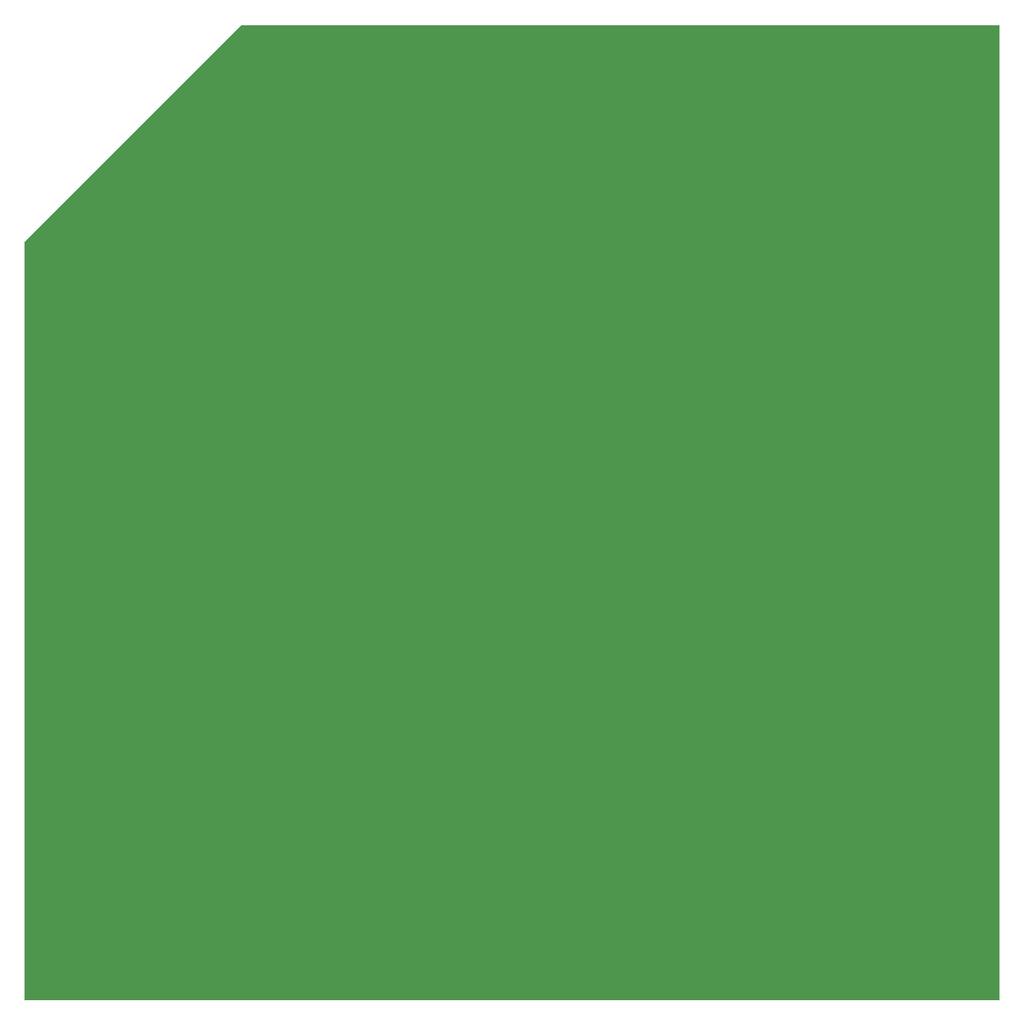
<source format=gbr>
G04 #@! TF.GenerationSoftware,KiCad,Pcbnew,6.0.4-6f826c9f35~116~ubuntu20.04.1*
G04 #@! TF.CreationDate,2022-04-29T13:31:38-04:00*
G04 #@! TF.ProjectId,LWA Cal Test 2022,4c574120-4361-46c2-9054-657374203230,1.3*
G04 #@! TF.SameCoordinates,Original*
G04 #@! TF.FileFunction,Soldermask,Bot*
G04 #@! TF.FilePolarity,Negative*
%FSLAX46Y46*%
G04 Gerber Fmt 4.6, Leading zero omitted, Abs format (unit mm)*
G04 Created by KiCad (PCBNEW 6.0.4-6f826c9f35~116~ubuntu20.04.1) date 2022-04-29 13:31:38*
%MOMM*%
%LPD*%
G01*
G04 APERTURE LIST*
%ADD10C,0.100000*%
%ADD11C,13.335000*%
%ADD12C,7.620000*%
%ADD13C,2.032000*%
G04 APERTURE END LIST*
D10*
G36*
X139293600Y-156895800D02*
G01*
X24993600Y-156895800D01*
X24993600Y-67995800D01*
X50393600Y-42595800D01*
X139293600Y-42595800D01*
X139293600Y-156895800D01*
G37*
X139293600Y-156895800D02*
X24993600Y-156895800D01*
X24993600Y-67995800D01*
X50393600Y-42595800D01*
X139293600Y-42595800D01*
X139293600Y-156895800D01*
D11*
G04 #@! TO.C,FP1*
X37143588Y-99745800D03*
G04 #@! TD*
G04 #@! TO.C,FP2*
X127143612Y-99745800D03*
G04 #@! TD*
G04 #@! TO.C,FP3*
X82143600Y-54745788D03*
G04 #@! TD*
G04 #@! TO.C,FP4*
X82143600Y-144745812D03*
G04 #@! TD*
D12*
G04 #@! TO.C,MH1*
X107769228Y-125371428D03*
G04 #@! TD*
G04 #@! TO.C,MH2*
X56517972Y-74120172D03*
G04 #@! TD*
D13*
G04 #@! TO.C,S3*
X100050600Y-81457800D03*
X100050600Y-77865698D03*
X103642702Y-81457800D03*
X100050600Y-85049902D03*
X96458498Y-81457800D03*
G04 #@! TD*
M02*

</source>
